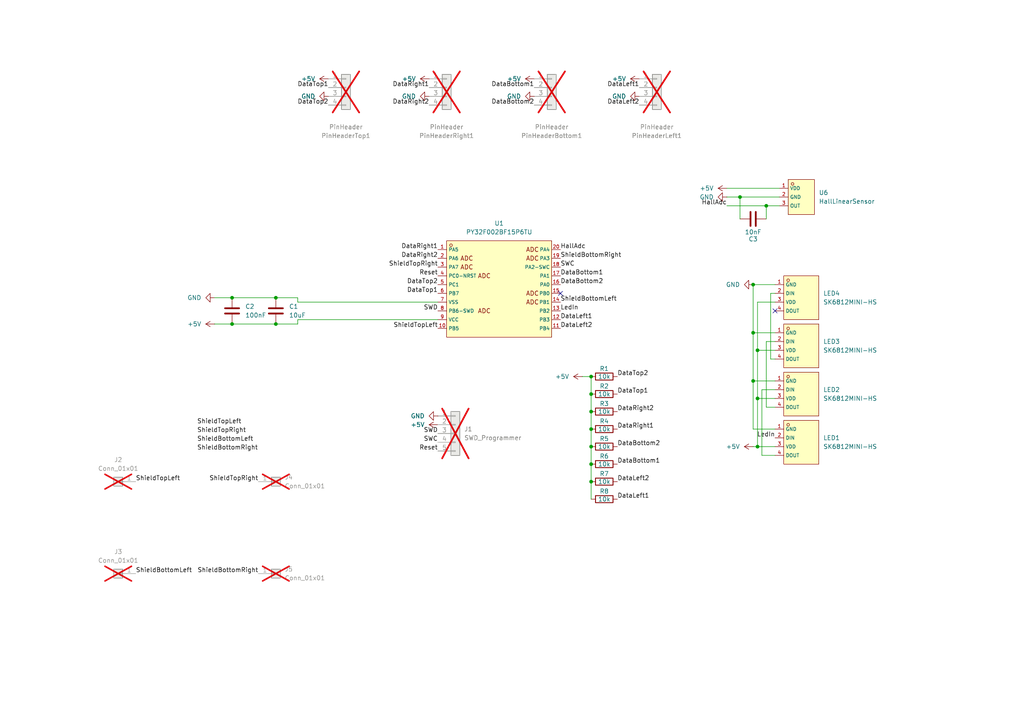
<source format=kicad_sch>
(kicad_sch (version 20231120) (generator "eeschema") (generator_version "8.0")
  (paper "A4")
  (lib_symbols
    (symbol "Connector_Generic:Conn_01x01" (pin_names (offset 1.016) hide)
      (property "Reference" "J" (at 0 2.54 0))
      (property "Value" "Conn_01x01" (at 0 -2.54 0))
      (symbol "Conn_01x01_1_1"
        (rectangle (start -1.27 0.127) (end 0 -0.127) (stroke (width 0.1524)))
        (rectangle (start -1.27 1.27) (end 1.27 -1.27) (stroke (width 0.254)) (fill (type background)))
        (pin passive line (at -5.08 0 0) (length 3.81) (name "Pin_1") (number "1"))
      )
    )
    (symbol "Connector_Generic:Conn_01x04" (pin_names (offset 1.016) hide)
      (property "Reference" "J" (at 0 5.08 0))
      (property "Value" "Conn_01x04" (at 0 -7.62 0))
      (symbol "Conn_01x04_1_1"
        (rectangle (start -1.27 -4.953) (end 0 -5.207) (stroke (width 0.1524)))
        (rectangle (start -1.27 -2.413) (end 0 -2.667) (stroke (width 0.1524)))
        (rectangle (start -1.27 0.127) (end 0 -0.127) (stroke (width 0.1524)))
        (rectangle (start -1.27 2.667) (end 0 2.413) (stroke (width 0.1524)))
        (rectangle (start -1.27 3.81) (end 1.27 -6.35) (stroke (width 0.254)) (fill (type background)))
        (pin passive line (at -5.08 2.54 0) (length 3.81) (name "Pin_1") (number "1"))
        (pin passive line (at -5.08 0 0) (length 3.81) (name "Pin_2") (number "2"))
        (pin passive line (at -5.08 -2.54 0) (length 3.81) (name "Pin_3") (number "3"))
        (pin passive line (at -5.08 -5.08 0) (length 3.81) (name "Pin_4") (number "4"))
      )
    )
    (symbol "Connector_Generic:Conn_01x05" (pin_names (offset 1.016) hide)
      (property "Reference" "J" (at 0 7.62 0))
      (property "Value" "Conn_01x05" (at 0 -7.62 0))
      (symbol "Conn_01x05_1_1"
        (rectangle (start -1.27 -4.953) (end 0 -5.207) (stroke (width 0.1524)))
        (rectangle (start -1.27 -2.413) (end 0 -2.667) (stroke (width 0.1524)))
        (rectangle (start -1.27 0.127) (end 0 -0.127) (stroke (width 0.1524)))
        (rectangle (start -1.27 2.667) (end 0 2.413) (stroke (width 0.1524)))
        (rectangle (start -1.27 5.207) (end 0 4.953) (stroke (width 0.1524)))
        (rectangle (start -1.27 6.35) (end 1.27 -6.35) (stroke (width 0.254)) (fill (type background)))
        (pin passive line (at -5.08 5.08 0) (length 3.81) (name "Pin_1") (number "1"))
        (pin passive line (at -5.08 2.54 0) (length 3.81) (name "Pin_2") (number "2"))
        (pin passive line (at -5.08 0 0) (length 3.81) (name "Pin_3") (number "3"))
        (pin passive line (at -5.08 -2.54 0) (length 3.81) (name "Pin_4") (number "4"))
        (pin passive line (at -5.08 -5.08 0) (length 3.81) (name "Pin_5") (number "5"))
      )
    )
    (symbol "Custom_Parts:HallLinearSensor"
      (property "Reference" "U" (at 0 1.27 0))
      (property "Value" "HallLinearSensor" (at 0.254 -5.588 0))
      (symbol "HallLinearSensor_0_1"
        (rectangle (start -3.81 5.08) (end 3.81 -5.08) (fill (type background)))
        (circle (center -2.54 3.81) (radius 0.381) (fill (type background)))
      )
      (symbol "HallLinearSensor_1_1"
        (pin power_in line (at -6.35 2.54 0) (length 2.54) (name "VDD") (number "1"))
        (pin power_in line (at -6.35 0 0) (length 2.54) (name "GND") (number "2"))
        (pin output line (at -6.35 -2.54 0) (length 2.54) (name "OUT") (number "3"))
      )
    )
    (symbol "Custom_Parts:PY32F002BF15P6TU"
      (property "Reference" "U" (at 0 1.27 0))
      (property "Value" "PY32F002BF15P6TU" (at 0 -11.43 0))
      (symbol "PY32F002BF15P6TU_0_1"
        (rectangle (start -15.24 13.97) (end 15.24 -13.97) (fill (type background)))
        (circle (center -13.97 12.7) (radius 0.381) (fill (type background)))
        (pin bidirectional line (at -17.78 11.43 0) (length 2.54) (name "PA5") (number "1"))
        (pin bidirectional line (at -17.78 -11.43 0) (length 2.54) (name "PB5") (number "10"))
        (pin bidirectional line (at 17.78 -11.43 180) (length 2.54) (name "PB4") (number "11"))
        (pin bidirectional line (at 17.78 -8.89 180) (length 2.54) (name "PB3") (number "12"))
        (pin bidirectional line (at 17.78 -6.35 180) (length 2.54) (name "PB2") (number "13"))
        (pin bidirectional line (at 17.78 -3.81 180) (length 2.54) (name "PB1") (number "14"))
        (pin bidirectional line (at 17.78 -1.27 180) (length 2.54) (name "PB0") (number "15"))
        (pin bidirectional line (at 17.78 1.27 180) (length 2.54) (name "PA0") (number "16"))
        (pin bidirectional line (at 17.78 3.81 180) (length 2.54) (name "PA1") (number "17"))
        (pin input line (at 17.78 6.35 180) (length 2.54) (name "PA2-SWC") (number "18"))
        (pin bidirectional line (at 17.78 8.89 180) (length 2.54) (name "PA3") (number "19"))
        (pin bidirectional line (at -17.78 8.89 0) (length 2.54) (name "PA6") (number "2"))
        (pin bidirectional line (at 17.78 11.43 180) (length 2.54) (name "PA4") (number "20"))
        (pin bidirectional line (at -17.78 6.35 0) (length 2.54) (name "PA7") (number "3"))
        (pin input line (at -17.78 3.81 0) (length 2.54) (name "PC0-NRST") (number "4"))
        (pin bidirectional line (at -17.78 1.27 0) (length 2.54) (name "PC1") (number "5"))
        (pin bidirectional line (at -17.78 -1.27 0) (length 2.54) (name "PB7") (number "6"))
        (pin power_in line (at -17.78 -3.81 0) (length 2.54) (name "VSS") (number "7"))
        (pin input line (at -17.78 -6.35 0) (length 2.54) (name "PB6-SWD") (number "8"))
        (pin power_in line (at -17.78 -8.89 0) (length 2.54) (name "VCC") (number "9"))
      )
      (symbol "PY32F002BF15P6TU_1_1"
        (text "ADC" (at -9.398 6.35 0) (effects (font (size 1.27 1.27))))
        (text "ADC" (at -9.398 8.89 0) (effects (font (size 1.27 1.27))))
        (text "ADC" (at -4.318 -6.35 0) (effects (font (size 1.27 1.27))))
        (text "ADC" (at -4.318 3.81 0) (effects (font (size 1.27 1.27))))
        (text "ADC" (at 9.652 -3.81 0) (effects (font (size 1.27 1.27))))
        (text "ADC" (at 9.652 -1.27 0) (effects (font (size 1.27 1.27))))
        (text "ADC" (at 9.652 8.89 0) (effects (font (size 1.27 1.27))))
        (text "ADC" (at 9.652 11.43 0) (effects (font (size 1.27 1.27))))
      )
    )
    (symbol "Custom_Parts:SK6812MINI-HS"
      (property "Reference" "U" (at 0 1.27 0))
      (property "Value" "SK6812MINI-HS" (at 0 -2.54 0))
      (symbol "SK6812MINI-HS_0_1"
        (rectangle (start -5.08 6.35) (end 5.08 -6.35) (fill (type background)))
        (circle (center -3.81 5.08) (radius 0.381) (fill (type background)))
        (pin power_in line (at -7.62 3.81 0) (length 2.54) (name "GND") (number "1"))
        (pin input line (at -7.62 1.27 0) (length 2.54) (name "DIN") (number "2"))
        (pin power_in line (at -7.62 -1.27 0) (length 2.54) (name "VDD") (number "3"))
        (pin output line (at -7.62 -3.81 0) (length 2.54) (name "DOUT") (number "4"))
      )
    )
    (symbol "Device:C" (pin_numbers hide) (pin_names (offset 0.254))
      (property "Reference" "C" (at 0.635 2.54 0))
      (property "Value" "C" (at 0.635 -2.54 0))
      (symbol "C_0_1"
        (polyline (pts (xy -2.032 -0.762) (xy 2.032 -0.762)) (stroke (width 0.508)))
        (polyline (pts (xy -2.032 0.762) (xy 2.032 0.762)) (stroke (width 0.508)))
      )
      (symbol "C_1_1"
        (pin passive line (at 0 3.81 270) (length 2.794) (name "~") (number "1"))
        (pin passive line (at 0 -3.81 90) (length 2.794) (name "~") (number "2"))
      )
    )
    (symbol "Device:R" (pin_numbers hide) (pin_names (offset 0))
      (property "Reference" "R" (at 2.032 0 90))
      (property "Value" "R" (at 0 0 90))
      (symbol "R_0_1"
        (rectangle (start -1.016 -2.54) (end 1.016 2.54) (stroke (width 0.254)))
      )
      (symbol "R_1_1"
        (pin passive line (at 0 3.81 270) (length 1.27) (name "~") (number "1"))
        (pin passive line (at 0 -3.81 90) (length 1.27) (name "~") (number "2"))
      )
    )
    (symbol "power:+5V" (power) (pin_numbers hide) (pin_names (offset 0) hide)
      (property "Value" "+5V" (at 0 3.556 0))
      (symbol "+5V_0_1"
        (polyline (pts (xy -0.762 1.27) (xy 0 2.54)))
        (polyline (pts (xy 0 0) (xy 0 2.54)))
        (polyline (pts (xy 0 2.54) (xy 0.762 1.27)))
      )
      (symbol "+5V_1_1"
        (pin power_in line (at 0 0 90) (length 0) (name "~") (number "1"))
      )
    )
    (symbol "power:GND" (power) (pin_numbers hide) (pin_names (offset 0) hide)
      (property "Value" "GND" (at 0 -3.81 0))
      (symbol "GND_0_1"
        (polyline (pts (xy 0 0) (xy 0 -1.27) (xy 1.27 -1.27) (xy 0 -2.54) (xy -1.27 -1.27) (xy 0 -1.27)))
      )
      (symbol "GND_1_1"
        (pin power_in line (at 0 0 270) (length 0) (name "~") (number "1"))
      )
    )
  )
  (junction (at 80.01 86.36))
  (junction (at 171.45 124.46))
  (junction (at 171.45 114.3))
  (junction (at 218.44 82.55))
  (junction (at 222.25 59.69))
  (junction (at 219.71 129.54))
  (junction (at 219.71 115.57))
  (junction (at 171.45 134.62))
  (junction (at 67.31 93.98))
  (junction (at 214.63 57.15))
  (junction (at 171.45 109.22))
  (junction (at 218.44 96.52))
  (junction (at 171.45 129.54))
  (junction (at 67.31 86.36))
  (junction (at 218.44 110.49))
  (junction (at 171.45 119.38))
  (junction (at 171.45 139.7))
  (junction (at 219.71 101.6))
  (junction (at 80.01 93.98))
  (no_connect (at 224.79 90.17))
  (no_connect (at 162.56 85.09))
  (wire (pts (xy 223.52 85.09) (xy 224.79 85.09)))
  (wire (pts (xy 222.25 59.69) (xy 226.06 59.69)))
  (wire (pts (xy 80.01 93.98) (xy 86.36 93.98)))
  (wire (pts (xy 223.52 104.14) (xy 223.52 85.09)))
  (wire (pts (xy 171.45 109.22) (xy 171.45 114.3)))
  (wire (pts (xy 214.63 57.15) (xy 226.06 57.15)))
  (wire (pts (xy 218.44 96.52) (xy 218.44 110.49)))
  (wire (pts (xy 222.25 59.69) (xy 222.25 63.5)))
  (wire (pts (xy 218.44 110.49) (xy 218.44 124.46)))
  (wire (pts (xy 218.44 129.54) (xy 219.71 129.54)))
  (wire (pts (xy 220.98 113.03) (xy 224.79 113.03)))
  (wire (pts (xy 214.63 57.15) (xy 214.63 63.5)))
  (wire (pts (xy 168.91 109.22) (xy 171.45 109.22)))
  (wire (pts (xy 210.82 57.15) (xy 214.63 57.15)))
  (wire (pts (xy 219.71 129.54) (xy 224.79 129.54)))
  (wire (pts (xy 171.45 119.38) (xy 171.45 124.46)))
  (wire (pts (xy 86.36 86.36) (xy 86.36 87.63)))
  (wire (pts (xy 219.71 101.6) (xy 224.79 101.6)))
  (wire (pts (xy 62.23 93.98) (xy 67.31 93.98)))
  (wire (pts (xy 224.79 132.08) (xy 220.98 132.08)))
  (wire (pts (xy 62.23 86.36) (xy 67.31 86.36)))
  (wire (pts (xy 171.45 129.54) (xy 171.45 134.62)))
  (wire (pts (xy 210.82 54.61) (xy 226.06 54.61)))
  (wire (pts (xy 219.71 115.57) (xy 219.71 101.6)))
  (wire (pts (xy 171.45 114.3) (xy 171.45 119.38)))
  (wire (pts (xy 80.01 86.36) (xy 86.36 86.36)))
  (wire (pts (xy 219.71 115.57) (xy 224.79 115.57)))
  (wire (pts (xy 67.31 86.36) (xy 80.01 86.36)))
  (wire (pts (xy 171.45 139.7) (xy 171.45 144.78)))
  (wire (pts (xy 86.36 87.63) (xy 127 87.63)))
  (wire (pts (xy 218.44 82.55) (xy 218.44 96.52)))
  (wire (pts (xy 219.71 87.63) (xy 224.79 87.63)))
  (wire (pts (xy 210.82 59.69) (xy 222.25 59.69)))
  (wire (pts (xy 218.44 124.46) (xy 224.79 124.46)))
  (wire (pts (xy 222.25 118.11) (xy 222.25 99.06)))
  (wire (pts (xy 218.44 96.52) (xy 224.79 96.52)))
  (wire (pts (xy 224.79 118.11) (xy 222.25 118.11)))
  (wire (pts (xy 218.44 110.49) (xy 224.79 110.49)))
  (wire (pts (xy 67.31 93.98) (xy 80.01 93.98)))
  (wire (pts (xy 171.45 134.62) (xy 171.45 139.7)))
  (wire (pts (xy 222.25 99.06) (xy 224.79 99.06)))
  (wire (pts (xy 218.44 82.55) (xy 224.79 82.55)))
  (wire (pts (xy 86.36 93.98) (xy 86.36 92.71)))
  (wire (pts (xy 219.71 129.54) (xy 219.71 115.57)))
  (wire (pts (xy 171.45 124.46) (xy 171.45 129.54)))
  (wire (pts (xy 219.71 101.6) (xy 219.71 87.63)))
  (wire (pts (xy 86.36 92.71) (xy 127 92.71)))
  (wire (pts (xy 220.98 132.08) (xy 220.98 113.03)))
  (wire (pts (xy 224.79 104.14) (xy 223.52 104.14)))
  (label "DataRight2" (at 179.07 119.38 0))
  (label "DataRight2" (at 124.46 30.48 180))
  (label "SWD" (at 127 90.17 180))
  (label "HallAdc" (at 210.82 59.69 180))
  (label "Reset" (at 127 130.81 180))
  (label "LedIn" (at 162.56 90.17 0))
  (label "DataTop2" (at 127 82.55 180))
  (label "DataBottom1" (at 154.94 25.4 180))
  (label "ShieldBottomRight" (at 162.56 74.93 0))
  (label "DataBottom2" (at 179.07 129.54 0))
  (label "DataTop1" (at 127 85.09 180))
  (label "DataLeft1" (at 179.07 144.78 0))
  (label "DataLeft1" (at 162.56 92.71 0))
  (label "LedIn" (at 224.79 127 180))
  (label "DataBottom2" (at 162.56 82.55 0))
  (label "ShieldTopLeft" (at 127 95.25 180))
  (label "ShieldBottomLeft" (at 162.56 87.63 0))
  (label "DataLeft1" (at 185.42 25.4 180))
  (label "DataRight1" (at 124.46 25.4 180))
  (label "DataLeft2" (at 162.56 95.25 0))
  (label "ShieldBottomRight" (at 57.15 130.81 0))
  (label "ShieldTopRight" (at 57.15 125.73 0))
  (label "DataTop1" (at 179.07 114.3 0))
  (label "SWC" (at 162.56 77.47 0))
  (label "ShieldBottomLeft" (at 39.37 166.37 0))
  (label "SWC" (at 127 128.27 180))
  (label "HallAdc" (at 162.56 72.39 0))
  (label "SWD" (at 127 125.73 180))
  (label "ShieldBottomLeft" (at 57.15 128.27 0))
  (label "DataBottom1" (at 162.56 80.01 0))
  (label "DataBottom1" (at 179.07 134.62 0))
  (label "ShieldTopRight" (at 127 77.47 180))
  (label "DataBottom2" (at 154.94 30.48 180))
  (label "Reset" (at 127 80.01 180))
  (label "DataLeft2" (at 185.42 30.48 180))
  (label "DataTop2" (at 179.07 109.22 0))
  (label "ShieldBottomRight" (at 74.93 166.37 180))
  (label "ShieldTopLeft" (at 57.15 123.19 0))
  (label "DataLeft2" (at 179.07 139.7 0))
  (label "DataTop1" (at 95.25 25.4 180))
  (label "ShieldTopLeft" (at 39.37 139.7 0))
  (label "DataRight1" (at 127 72.39 180))
  (label "ShieldTopRight" (at 74.93 139.7 180))
  (label "DataTop2" (at 95.25 30.48 180))
  (label "DataRight1" (at 179.07 124.46 0))
  (label "DataRight2" (at 127 74.93 180))
  (symbol (lib_id "power:GND") (at 185.42 27.94 270) (unit 1)
    (property "Reference" "#PWR9" (effects (hide yes)))
    (property "Value" "GND" (at 181.61 27.9399 90) (effects (justify right)))
    (property "Description" "Power symbol creates a global label with name \"GND\" , ground" (effects (hide yes)))
  )
  (symbol (lib_id "power:GND") (at 210.82 57.15 270) (unit 1)
    (property "Reference" "#PWR14" (effects (hide yes)))
    (property "Value" "GND" (at 207.01 57.1499 90) (effects (justify right)))
    (property "Description" "Power symbol creates a global label with name \"GND\" , ground" (effects (hide yes)))
  )
  (symbol (lib_id "Custom_Parts:SK6812MINI-HS") (at 232.41 86.36 0) (unit 1)
    (property "Reference" "LED4" (at 238.76 85.0899 0) (effects (justify left)))
    (property "Value" "SK6812MINI-HS" (at 238.76 87.6299 0) (effects (justify left)))
    (property "Footprint" "CustomFootprints:LED-SK6812MINI-HS" (effects (hide yes)))
    (property "Datasheet" "https://img.jlc.com/pdf/applyPasteComponent/2021-11-17/554769A/a77f6abd580f4801839c6cef98018a08/SK6812MINI-HS.pdf" (effects (hide yes)))
    (property "LCSC" "C2922787" (effects (hide yes)))
  )
  (symbol (lib_id "Connector_Generic:Conn_01x01") (at 80.01 166.37 0) (unit 1) (in_bom no) (dnp yes)
    (property "Reference" "J5" (at 82.55 165.0999 0) (effects (justify left)))
    (property "Value" "Conn_01x01" (at 82.55 167.6399 0) (effects (justify left)))
    (property "Footprint" "CustomFootprints:ShieldConnector" (effects (hide yes)))
    (property "Description" "Generic connector, single row, 01x01, script generated (kicad-library-utils/schlib/autogen/connector/)" (effects (hide yes)))
  )
  (symbol (lib_id "power:+5V") (at 95.25 22.86 90) (unit 1)
    (property "Reference" "#PWR3" (effects (hide yes)))
    (property "Value" "+5V" (at 91.44 22.8599 90) (effects (justify left)))
    (property "Description" "Power symbol creates a global label with name \"+5V\"" (effects (hide yes)))
  )
  (symbol (lib_id "power:+5V") (at 154.94 22.86 90) (unit 1)
    (property "Reference" "#PWR8" (effects (hide yes)))
    (property "Value" "+5V" (at 151.13 22.8599 90) (effects (justify left)))
    (property "Description" "Power symbol creates a global label with name \"+5V\"" (effects (hide yes)))
  )
  (symbol (lib_id "Device:R") (at 175.26 129.54 90) (unit 1)
    (property "Reference" "R5" (at 175.26 127.254 90))
    (property "Value" "10k" (at 175.26 129.54 90))
    (property "Footprint" "Resistor_SMD:R_0402_1005Metric" (effects (hide yes)))
    (property "Description" "Resistor" (effects (hide yes)))
    (property "LCSC" "C25744" (effects (hide yes)))
  )
  (symbol (lib_id "power:+5V") (at 127 123.19 90) (unit 1)
    (property "Reference" "#PWR17" (effects (hide yes)))
    (property "Value" "+5V" (at 123.19 123.1899 90) (effects (justify left)))
    (property "Description" "Power symbol creates a global label with name \"+5V\"" (effects (hide yes)))
  )
  (symbol (lib_id "Connector_Generic:Conn_01x05") (at 132.08 125.73 0) (unit 1) (in_bom no) (dnp yes)
    (property "Reference" "J1" (at 134.62 124.4599 0) (effects (justify left)))
    (property "Value" "SWD_Programmer" (at 134.62 126.9999 0) (effects (justify left)))
    (property "Footprint" "CustomFootprints:SWD_Pad" (effects (hide yes)))
    (property "Description" "Generic connector, single row, 01x05, script generated (kicad-library-utils/schlib/autogen/connector/)" (effects (hide yes)))
  )
  (symbol (lib_id "Custom_Parts:SK6812MINI-HS") (at 232.41 114.3 0) (unit 1)
    (property "Reference" "LED2" (at 238.76 113.0299 0) (effects (justify left)))
    (property "Value" "SK6812MINI-HS" (at 238.76 115.5699 0) (effects (justify left)))
    (property "Footprint" "CustomFootprints:LED-SK6812MINI-HS" (effects (hide yes)))
    (property "Datasheet" "https://img.jlc.com/pdf/applyPasteComponent/2021-11-17/554769A/a77f6abd580f4801839c6cef98018a08/SK6812MINI-HS.pdf" (effects (hide yes)))
    (property "LCSC" "C2922787" (effects (hide yes)))
  )
  (symbol (lib_id "Connector_Generic:Conn_01x04") (at 160.02 25.4 0) (unit 1) (in_bom no) (dnp yes)
    (property "Reference" "PinHeaderBottom1" (at 160.02 39.37 0))
    (property "Value" "PinHeader" (at 160.02 36.83 0))
    (property "Footprint" "CustomFootprints:01x04_PinPads" (effects (hide yes)))
    (property "Description" "Generic connector, single row, 01x04, script generated (kicad-library-utils/schlib/autogen/connector/)" (effects (hide yes)))
    (property "LCSC" "C492414" (effects (hide yes)))
  )
  (symbol (lib_id "power:+5V") (at 210.82 54.61 90) (unit 1)
    (property "Reference" "#PWR15" (effects (hide yes)))
    (property "Value" "+5V" (at 207.01 54.6099 90) (effects (justify left)))
    (property "Description" "Power symbol creates a global label with name \"+5V\"" (effects (hide yes)))
  )
  (symbol (lib_id "Connector_Generic:Conn_01x01") (at 80.01 139.7 0) (unit 1) (in_bom no) (dnp yes)
    (property "Reference" "J4" (at 82.55 138.4299 0) (effects (justify left)))
    (property "Value" "Conn_01x01" (at 82.55 140.9699 0) (effects (justify left)))
    (property "Footprint" "CustomFootprints:ShieldConnector" (effects (hide yes)))
    (property "Description" "Generic connector, single row, 01x01, script generated (kicad-library-utils/schlib/autogen/connector/)" (effects (hide yes)))
  )
  (symbol (lib_id "Custom_Parts:PY32F002BF15P6TU") (at 144.78 83.82 0) (unit 1)
    (property "Reference" "U1" (at 144.78 64.77 0))
    (property "Value" "PY32F002BF15P6TU" (at 144.78 67.31 0))
    (property "Footprint" "CustomFootprints:Py32" (effects (hide yes)))
    (property "Datasheet" "https://item.szlcsc.com/8600.html" (effects (hide yes)))
    (property "LCSC" "C7469098" (effects (hide yes)))
  )
  (symbol (lib_id "Device:C") (at 67.31 90.17 0) (unit 1)
    (property "Reference" "C2" (at 71.12 88.8999 0) (effects (justify left)))
    (property "Value" "100nF" (at 71.12 91.4399 0) (effects (justify left)))
    (property "Footprint" "Capacitor_SMD:C_0402_1005Metric" (effects (hide yes)))
    (property "Description" "Unpolarized capacitor" (effects (hide yes)))
    (property "LCSC" "C1525" (effects (hide yes)))
  )
  (symbol (lib_id "Custom_Parts:HallLinearSensor") (at 232.41 57.15 0) (unit 1)
    (property "Reference" "U6" (at 237.49 55.8799 0) (effects (justify left)))
    (property "Value" "HallLinearSensor" (at 237.49 58.4199 0) (effects (justify left)))
    (property "Footprint" "CustomFootprints:HallLinearSensor" (effects (hide yes)))
    (property "Datasheet" "https://item.szlcsc.com/14454.html" (effects (hide yes)))
    (property "LCSC" "C7420984" (effects (hide yes)))
  )
  (symbol (lib_id "Connector_Generic:Conn_01x04") (at 129.54 25.4 0) (unit 1) (in_bom no) (dnp yes)
    (property "Reference" "PinHeaderRight1" (at 129.54 39.37 0))
    (property "Value" "PinHeader" (at 129.54 36.83 0))
    (property "Footprint" "CustomFootprints:01x04_PinPads" (effects (hide yes)))
    (property "Description" "Generic connector, single row, 01x04, script generated (kicad-library-utils/schlib/autogen/connector/)" (effects (hide yes)))
    (property "LCSC" "C492414" (effects (hide yes)))
  )
  (symbol (lib_id "Device:R") (at 175.26 134.62 90) (unit 1)
    (property "Reference" "R6" (at 175.26 132.334 90))
    (property "Value" "10k" (at 175.26 134.62 90))
    (property "Footprint" "Resistor_SMD:R_0402_1005Metric" (effects (hide yes)))
    (property "Description" "Resistor" (effects (hide yes)))
    (property "LCSC" "C25744" (effects (hide yes)))
  )
  (symbol (lib_id "Connector_Generic:Conn_01x01") (at 34.29 166.37 180) (unit 1) (in_bom no) (dnp yes)
    (property "Reference" "J3" (at 34.29 160.02 0))
    (property "Value" "Conn_01x01" (at 34.29 162.56 0))
    (property "Footprint" "CustomFootprints:ShieldConnector" (effects (hide yes)))
    (property "Description" "Generic connector, single row, 01x01, script generated (kicad-library-utils/schlib/autogen/connector/)" (effects (hide yes)))
  )
  (symbol (lib_id "power:+5V") (at 185.42 22.86 90) (unit 1)
    (property "Reference" "#PWR10" (effects (hide yes)))
    (property "Value" "+5V" (at 181.61 22.8599 90) (effects (justify left)))
    (property "Description" "Power symbol creates a global label with name \"+5V\"" (effects (hide yes)))
  )
  (symbol (lib_id "Connector_Generic:Conn_01x04") (at 100.33 25.4 0) (unit 1) (in_bom no) (dnp yes)
    (property "Reference" "PinHeaderTop1" (at 100.33 39.37 0))
    (property "Value" "PinHeader" (at 100.33 36.83 0))
    (property "Footprint" "CustomFootprints:01x04_PinPads" (effects (hide yes)))
    (property "Description" "Generic connector, single row, 01x04, script generated (kicad-library-utils/schlib/autogen/connector/)" (effects (hide yes)))
    (property "LCSC" "C492414" (effects (hide yes)))
  )
  (symbol (lib_id "power:+5V") (at 168.91 109.22 90) (unit 1)
    (property "Reference" "#PWR13" (effects (hide yes)))
    (property "Value" "+5V" (at 165.1 109.2199 90) (effects (justify left)))
    (property "Description" "Power symbol creates a global label with name \"+5V\"" (effects (hide yes)))
  )
  (symbol (lib_id "Connector_Generic:Conn_01x01") (at 34.29 139.7 180) (unit 1) (in_bom no) (dnp yes)
    (property "Reference" "J2" (at 34.29 133.35 0))
    (property "Value" "Conn_01x01" (at 34.29 135.89 0))
    (property "Footprint" "CustomFootprints:ShieldConnector" (effects (hide yes)))
    (property "Description" "Generic connector, single row, 01x01, script generated (kicad-library-utils/schlib/autogen/connector/)" (effects (hide yes)))
  )
  (symbol (lib_id "power:GND") (at 154.94 27.94 270) (unit 1)
    (property "Reference" "#PWR7" (effects (hide yes)))
    (property "Value" "GND" (at 151.13 27.9399 90) (effects (justify right)))
    (property "Description" "Power symbol creates a global label with name \"GND\" , ground" (effects (hide yes)))
  )
  (symbol (lib_id "Device:C") (at 218.44 63.5 90) (unit 1)
    (property "Reference" "C3" (at 218.44 69.342 90))
    (property "Value" "10nF" (at 218.44 67.31 90))
    (property "Footprint" "Capacitor_SMD:C_0402_1005Metric" (effects (hide yes)))
    (property "Description" "Unpolarized capacitor" (effects (hide yes)))
    (property "LCSC" "C15195" (effects (hide yes)))
  )
  (symbol (lib_id "power:GND") (at 95.25 27.94 270) (unit 1)
    (property "Reference" "#PWR4" (effects (hide yes)))
    (property "Value" "GND" (at 91.44 27.9399 90) (effects (justify right)))
    (property "Description" "Power symbol creates a global label with name \"GND\" , ground" (effects (hide yes)))
  )
  (symbol (lib_id "Custom_Parts:SK6812MINI-HS") (at 232.41 100.33 0) (unit 1)
    (property "Reference" "LED3" (at 238.76 99.0599 0) (effects (justify left)))
    (property "Value" "SK6812MINI-HS" (at 238.76 101.5999 0) (effects (justify left)))
    (property "Footprint" "CustomFootprints:LED-SK6812MINI-HS" (effects (hide yes)))
    (property "Datasheet" "https://img.jlc.com/pdf/applyPasteComponent/2021-11-17/554769A/a77f6abd580f4801839c6cef98018a08/SK6812MINI-HS.pdf" (effects (hide yes)))
    (property "LCSC" "C2922787" (effects (hide yes)))
  )
  (symbol (lib_id "Device:R") (at 175.26 124.46 90) (unit 1)
    (property "Reference" "R4" (at 175.26 122.174 90))
    (property "Value" "10k" (at 175.26 124.46 90))
    (property "Footprint" "Resistor_SMD:R_0402_1005Metric" (effects (hide yes)))
    (property "Description" "Resistor" (effects (hide yes)))
    (property "LCSC" "C25744" (effects (hide yes)))
  )
  (symbol (lib_id "Device:R") (at 175.26 119.38 90) (unit 1)
    (property "Reference" "R3" (at 175.26 117.094 90))
    (property "Value" "10k" (at 175.26 119.38 90))
    (property "Footprint" "Resistor_SMD:R_0402_1005Metric" (effects (hide yes)))
    (property "Description" "Resistor" (effects (hide yes)))
    (property "LCSC" "C25744" (effects (hide yes)))
  )
  (symbol (lib_id "power:GND") (at 62.23 86.36 270) (unit 1)
    (property "Reference" "#PWR1" (effects (hide yes)))
    (property "Value" "GND" (at 58.42 86.3599 90) (effects (justify right)))
    (property "Description" "Power symbol creates a global label with name \"GND\" , ground" (effects (hide yes)))
  )
  (symbol (lib_id "Connector_Generic:Conn_01x04") (at 190.5 25.4 0) (unit 1) (in_bom no) (dnp yes)
    (property "Reference" "PinHeaderLeft1" (at 190.5 39.37 0))
    (property "Value" "PinHeader" (at 190.5 36.83 0))
    (property "Footprint" "CustomFootprints:01x04_PinPads" (effects (hide yes)))
    (property "Description" "Generic connector, single row, 01x04, script generated (kicad-library-utils/schlib/autogen/connector/)" (effects (hide yes)))
    (property "LCSC" "C492414" (effects (hide yes)))
  )
  (symbol (lib_id "Device:R") (at 175.26 139.7 90) (unit 1)
    (property "Reference" "R7" (at 175.26 137.414 90))
    (property "Value" "10k" (at 175.26 139.7 90))
    (property "Footprint" "Resistor_SMD:R_0402_1005Metric" (effects (hide yes)))
    (property "Description" "Resistor" (effects (hide yes)))
    (property "LCSC" "C25744" (effects (hide yes)))
  )
  (symbol (lib_id "Device:C") (at 80.01 90.17 0) (unit 1)
    (property "Reference" "C1" (at 83.82 88.8999 0) (effects (justify left)))
    (property "Value" "10uF" (at 83.82 91.4399 0) (effects (justify left)))
    (property "Footprint" "Capacitor_SMD:C_0603_1608Metric" (effects (hide yes)))
    (property "Description" "Unpolarized capacitor" (effects (hide yes)))
    (property "LCSC" "C19702" (effects (hide yes)))
  )
  (symbol (lib_id "power:+5V") (at 62.23 93.98 90) (unit 1)
    (property "Reference" "#PWR2" (effects (hide yes)))
    (property "Value" "+5V" (at 58.42 93.9799 90) (effects (justify left)))
    (property "Description" "Power symbol creates a global label with name \"+5V\"" (effects (hide yes)))
  )
  (symbol (lib_id "Device:R") (at 175.26 109.22 90) (unit 1)
    (property "Reference" "R1" (at 175.26 106.934 90))
    (property "Value" "10k" (at 175.26 109.22 90))
    (property "Footprint" "Resistor_SMD:R_0402_1005Metric" (effects (hide yes)))
    (property "Description" "Resistor" (effects (hide yes)))
    (property "LCSC" "C25744" (effects (hide yes)))
  )
  (symbol (lib_id "power:GND") (at 124.46 27.94 270) (unit 1)
    (property "Reference" "#PWR5" (effects (hide yes)))
    (property "Value" "GND" (at 120.65 27.9399 90) (effects (justify right)))
    (property "Description" "Power symbol creates a global label with name \"GND\" , ground" (effects (hide yes)))
  )
  (symbol (lib_id "Device:R") (at 175.26 144.78 90) (unit 1)
    (property "Reference" "R8" (at 175.26 142.494 90))
    (property "Value" "10k" (at 175.26 144.78 90))
    (property "Footprint" "Resistor_SMD:R_0402_1005Metric" (effects (hide yes)))
    (property "Description" "Resistor" (effects (hide yes)))
    (property "LCSC" "C25744" (effects (hide yes)))
  )
  (symbol (lib_id "Custom_Parts:SK6812MINI-HS") (at 232.41 128.27 0) (unit 1)
    (property "Reference" "LED1" (at 238.76 126.9999 0) (effects (justify left)))
    (property "Value" "SK6812MINI-HS" (at 238.76 129.5399 0) (effects (justify left)))
    (property "Footprint" "CustomFootprints:LED-SK6812MINI-HS" (effects (hide yes)))
    (property "Datasheet" "https://img.jlc.com/pdf/applyPasteComponent/2021-11-17/554769A/a77f6abd580f4801839c6cef98018a08/SK6812MINI-HS.pdf" (effects (hide yes)))
    (property "LCSC" "C2922787" (effects (hide yes)))
  )
  (symbol (lib_id "power:GND") (at 127 120.65 270) (unit 1)
    (property "Reference" "#PWR16" (effects (hide yes)))
    (property "Value" "GND" (at 123.19 120.6499 90) (effects (justify right)))
    (property "Description" "Power symbol creates a global label with name \"GND\" , ground" (effects (hide yes)))
  )
  (symbol (lib_id "power:+5V") (at 218.44 129.54 90) (unit 1)
    (property "Reference" "#PWR11" (effects (hide yes)))
    (property "Value" "+5V" (at 214.63 129.5399 90) (effects (justify left)))
    (property "Description" "Power symbol creates a global label with name \"+5V\"" (effects (hide yes)))
  )
  (symbol (lib_id "power:GND") (at 218.44 82.55 270) (unit 1)
    (property "Reference" "#PWR12" (effects (hide yes)))
    (property "Value" "GND" (at 214.63 82.5499 90) (effects (justify right)))
    (property "Description" "Power symbol creates a global label with name \"GND\" , ground" (effects (hide yes)))
  )
  (symbol (lib_id "Device:R") (at 175.26 114.3 90) (unit 1)
    (property "Reference" "R2" (at 175.26 112.014 90))
    (property "Value" "10k" (at 175.26 114.3 90))
    (property "Footprint" "Resistor_SMD:R_0402_1005Metric" (effects (hide yes)))
    (property "Description" "Resistor" (effects (hide yes)))
    (property "LCSC" "C25744" (effects (hide yes)))
  )
  (symbol (lib_id "power:+5V") (at 124.46 22.86 90) (unit 1)
    (property "Reference" "#PWR6" (effects (hide yes)))
    (property "Value" "+5V" (at 120.65 22.8599 90) (effects (justify left)))
    (property "Description" "Power symbol creates a global label with name \"+5V\"" (effects (hide yes)))
  )
)
</source>
